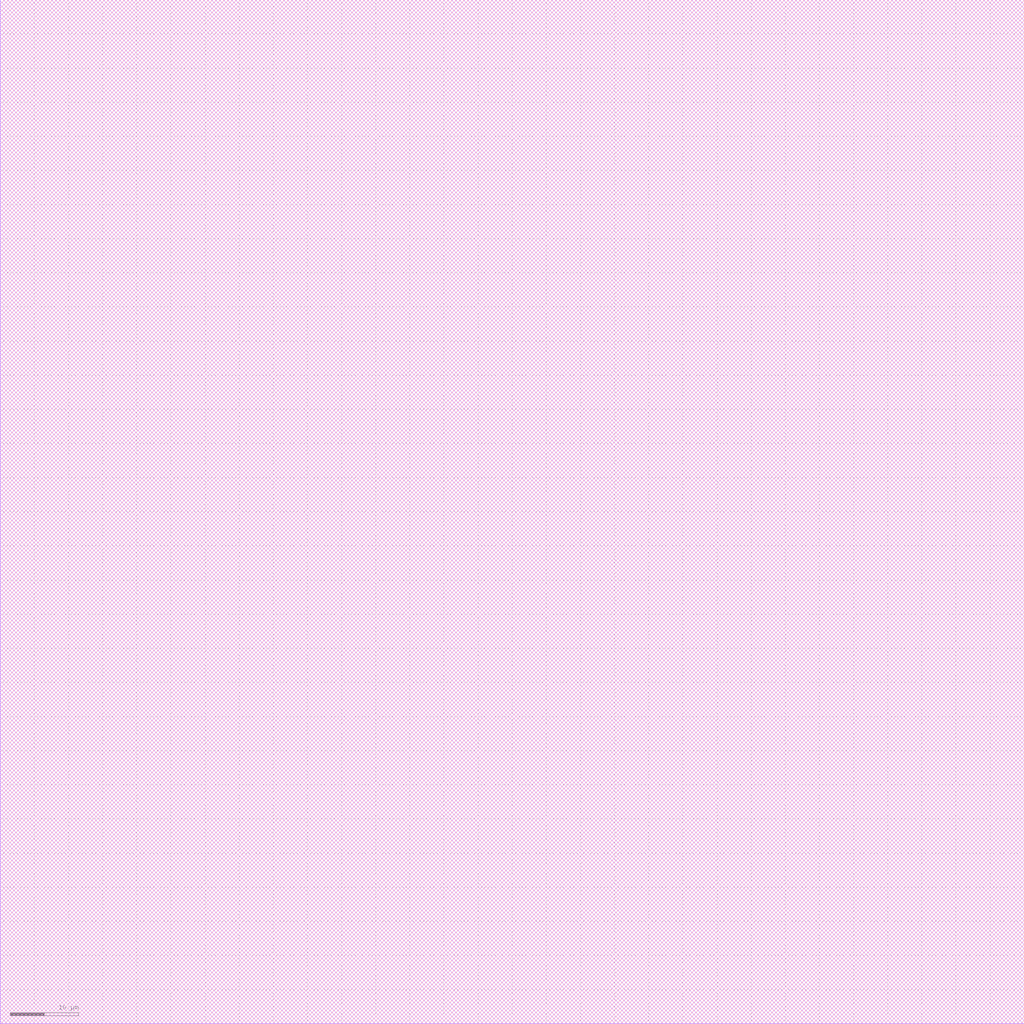
<source format=lef>
VERSION 5.7 ;
  NOWIREEXTENSIONATPIN ON ;
  DIVIDERCHAR "/" ;
  BUSBITCHARS "[]" ;
MACRO gf180mcu_ws_ip__names
  CLASS BLOCK ;
  FOREIGN gf180mcu_ws_ip__names ;
  ORIGIN 0.000 0.000 ;
  SIZE 150.0 BY 150.0 ;
  OBS
      LAYER Metal5 ;
        RECT 0.0 0.0 150.0 150.0 ;
  END
END gf180mcu_ws_ip__names
END LIBRARY
</source>
